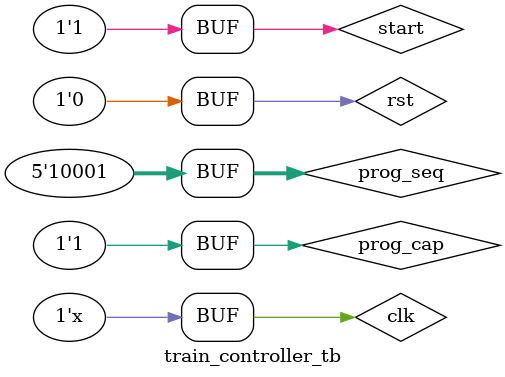
<source format=v>
module train_controller( prog_seq , prog_cap, rst , clk , start, station );

//what are the input ports.
input [4:0] prog_seq;
input prog_cap, rst, clk, start;

//What are the output ports.
output [2:0]station;

//internal signals

reg [2:0] station;
reg [3:0] state;  // to keep track of the state in the first state machine
reg [4:0] progseq; // internal register to capture the value
reg stat; // signal that goes to the second state machine
reg ends; // signal that goes to the second state machine

always @(posedge clk)
   begin
  if (rst)
    begin
    state <= 0;
    stat  <= 0;
    ends <= 0;
    end
  else
     case(state)
	 
	 //0 capture the input
	4'b0000: 
	begin
		progseq[4] <= prog_seq[4];
		progseq[3] <= prog_seq[3];
		progseq[2] <= prog_seq[2];
		progseq[1] <= prog_seq[1];
		progseq[0] <= prog_seq[0];
		
		if(prog_cap) begin state <= 4'b0001; end
		else begin state <= 4'b0000; end
	end
		
	 //1 look for start and start start machine
	4'b0001: 
	begin
		if(start) state <= 4'b0010;
		else state <= 4'b0001;
	end
		
	 //2 ouput bit 0
	4'b0010: 
	begin
		stat <= progseq[4];
		state <= 4'b0011;
	end
		
	 //3 output bit 1
	4'b0011:
	begin
		stat <= progseq[3];
		state <= 4'b0100;
	end

	 //4 output bit 2
	4'b0100: 
	begin
		stat <= progseq[2];
		state <= 4'b0101;
	end

	 //5 output bit 3
	4'b0101:
	begin
		stat <= progseq[1];
		state <= 4'b0110;
	end

	 //6 output bit 4
	4'b0110:
	begin
		stat <= progseq[0];
		state <= 4'b0111;
	end

	 //7 ends to 1
	4'b0111:
	begin
		ends <= 1;
		state <= 4'b1000;
		stat <= 0;
		station <=3'b000;
	end
		
	 //8 ends to 0 go to 0
	4'b1000:
	begin
		ends <= 0;
		state <= 4'b0000;
		
	end
		 

     default: begin state <= 0; end
     endcase

    end

always @(posedge clk)
   begin
  if (rst || ends)
      station <= 0; 
   else
   case ( station )
   // look at stat and decide where to go.
   // don't worry about ends signal here for simplicity.
	3'b000: //downtown
	begin
	if(stat)
		begin
		station <= 3'b001;
		end
	else
		begin
		station <= 3'b000;
		end
	end
	3'b001: //airport
	begin
	if(stat)
		begin
		station <= 3'b100;
		end
	else
		begin
		station <= 3'b010;
		end
	end
	3'b010: //state fair
	begin
	if(stat)
		begin
		station <= 3'b100;
		end
	else
		begin
		station <= 3'b011;
		end
	end
	3'b011: //umstead
	begin
	if(stat)
		begin
		station <= 3'b100;
		end
	else
		begin
		station <= 3'b011;
		end
	end
	3'b100: //mordecai
	begin
	if(stat)
		begin
		station <= 3'b101;
		end
	else
		begin
		station <= 3'b111;
		end
	end
	3'b101: //citi museum
	begin
	if(stat)
		begin
		station <= 3'b110;
		end
	else
		begin
		station <= 3'b011;
		end
	end
	3'b110: //ncsu
	begin
	if(stat)
		begin
		station <= 3'b110;
		end
	else
		begin
		station <= 3'b111;
		end
	end
	3'b111: //state capital
	begin
	if(stat)
		begin
		station <= 3'b101;
		end
	else
		begin
		station <= 3'b001;
		end
	end

 
   endcase
end

endmodule

module train_controller_tb;

//what are the input ports.
reg [4:0] prog_seq;
reg prog_cap, rst, clk, start;
wire [2:0] station;

always #5 clk = ~clk;

//Use an always statement to output the state name
always @(station)
begin
case (station)
0: $display("?downtown?");
1: $display("?airport?");
endcase
end

train_controller dut( prog_seq , prog_cap, rst , clk , start, station );
initial begin
rst = 0;
clk  = 0;
#2 
rst = 1;
#7 rst = 0;
#12 prog_seq = 5'b10001; prog_cap = 1;
#22 start = 1;   

end
endmodule

</source>
